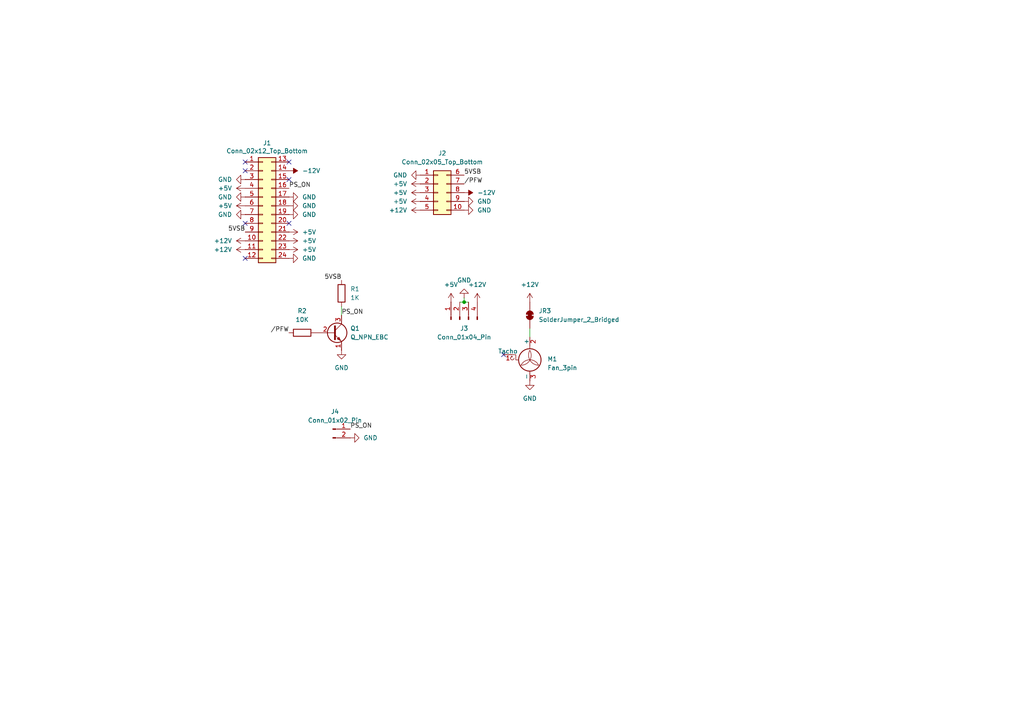
<source format=kicad_sch>
(kicad_sch (version 20231120) (generator "eeschema") (generator_version "8.0")
  (paper "A4")
  (lib_symbols
    (symbol "Connector:Conn_01x02_Pin" (pin_names (offset 1.016) hide)
      (property "Reference" "J" (at 0 2.54 0))
      (property "Value" "Conn_01x02_Pin" (at 0 -5.08 0))
      (symbol "Conn_01x02_Pin_1_1"
        (polyline (pts (xy 1.27 -2.54) (xy 0.8636 -2.54)) (stroke (width 0.1524)))
        (polyline (pts (xy 1.27 0) (xy 0.8636 0)) (stroke (width 0.1524)))
        (rectangle (start 0.8636 -2.413) (end 0 -2.667) (stroke (width 0.1524)) (fill (type outline)))
        (rectangle (start 0.8636 0.127) (end 0 -0.127) (stroke (width 0.1524)) (fill (type outline)))
        (pin passive line (at 5.08 0 180) (length 3.81) (name "Pin_1") (number "1"))
        (pin passive line (at 5.08 -2.54 180) (length 3.81) (name "Pin_2") (number "2"))
      )
    )
    (symbol "Connector:Conn_01x04_Pin" (pin_names (offset 1.016) hide)
      (property "Reference" "J" (at 0 5.08 0))
      (property "Value" "Conn_01x04_Pin" (at 0 -7.62 0))
      (symbol "Conn_01x04_Pin_1_1"
        (polyline (pts (xy 1.27 -5.08) (xy 0.8636 -5.08)) (stroke (width 0.1524)))
        (polyline (pts (xy 1.27 -2.54) (xy 0.8636 -2.54)) (stroke (width 0.1524)))
        (polyline (pts (xy 1.27 0) (xy 0.8636 0)) (stroke (width 0.1524)))
        (polyline (pts (xy 1.27 2.54) (xy 0.8636 2.54)) (stroke (width 0.1524)))
        (rectangle (start 0.8636 -4.953) (end 0 -5.207) (stroke (width 0.1524)) (fill (type outline)))
        (rectangle (start 0.8636 -2.413) (end 0 -2.667) (stroke (width 0.1524)) (fill (type outline)))
        (rectangle (start 0.8636 0.127) (end 0 -0.127) (stroke (width 0.1524)) (fill (type outline)))
        (rectangle (start 0.8636 2.667) (end 0 2.413) (stroke (width 0.1524)) (fill (type outline)))
        (pin passive line (at 5.08 2.54 180) (length 3.81) (name "Pin_1") (number "1"))
        (pin passive line (at 5.08 0 180) (length 3.81) (name "Pin_2") (number "2"))
        (pin passive line (at 5.08 -2.54 180) (length 3.81) (name "Pin_3") (number "3"))
        (pin passive line (at 5.08 -5.08 180) (length 3.81) (name "Pin_4") (number "4"))
      )
    )
    (symbol "Connector_Generic:Conn_02x05_Top_Bottom" (pin_names (offset 1.016) hide)
      (property "Reference" "J" (at 1.27 7.62 0))
      (property "Value" "Conn_02x05_Top_Bottom" (at 1.27 -7.62 0))
      (symbol "Conn_02x05_Top_Bottom_1_1"
        (rectangle (start -1.27 -4.953) (end 0 -5.207) (stroke (width 0.1524)))
        (rectangle (start -1.27 -2.413) (end 0 -2.667) (stroke (width 0.1524)))
        (rectangle (start -1.27 0.127) (end 0 -0.127) (stroke (width 0.1524)))
        (rectangle (start -1.27 2.667) (end 0 2.413) (stroke (width 0.1524)))
        (rectangle (start -1.27 5.207) (end 0 4.953) (stroke (width 0.1524)))
        (rectangle (start -1.27 6.35) (end 3.81 -6.35) (stroke (width 0.254)) (fill (type background)))
        (rectangle (start 3.81 -4.953) (end 2.54 -5.207) (stroke (width 0.1524)))
        (rectangle (start 3.81 -2.413) (end 2.54 -2.667) (stroke (width 0.1524)))
        (rectangle (start 3.81 0.127) (end 2.54 -0.127) (stroke (width 0.1524)))
        (rectangle (start 3.81 2.667) (end 2.54 2.413) (stroke (width 0.1524)))
        (rectangle (start 3.81 5.207) (end 2.54 4.953) (stroke (width 0.1524)))
        (pin passive line (at -5.08 5.08 0) (length 3.81) (name "Pin_1") (number "1"))
        (pin passive line (at 7.62 -5.08 180) (length 3.81) (name "Pin_10") (number "10"))
        (pin passive line (at -5.08 2.54 0) (length 3.81) (name "Pin_2") (number "2"))
        (pin passive line (at -5.08 0 0) (length 3.81) (name "Pin_3") (number "3"))
        (pin passive line (at -5.08 -2.54 0) (length 3.81) (name "Pin_4") (number "4"))
        (pin passive line (at -5.08 -5.08 0) (length 3.81) (name "Pin_5") (number "5"))
        (pin passive line (at 7.62 5.08 180) (length 3.81) (name "Pin_6") (number "6"))
        (pin passive line (at 7.62 2.54 180) (length 3.81) (name "Pin_7") (number "7"))
        (pin passive line (at 7.62 0 180) (length 3.81) (name "Pin_8") (number "8"))
        (pin passive line (at 7.62 -2.54 180) (length 3.81) (name "Pin_9") (number "9"))
      )
    )
    (symbol "Connector_Generic:Conn_02x12_Top_Bottom" (pin_names (offset 1.016) hide)
      (property "Reference" "J" (at 1.27 15.24 0))
      (property "Value" "Conn_02x12_Top_Bottom" (at 1.27 -17.78 0))
      (symbol "Conn_02x12_Top_Bottom_1_1"
        (rectangle (start -1.27 -15.113) (end 0 -15.367) (stroke (width 0.1524)))
        (rectangle (start -1.27 -12.573) (end 0 -12.827) (stroke (width 0.1524)))
        (rectangle (start -1.27 -10.033) (end 0 -10.287) (stroke (width 0.1524)))
        (rectangle (start -1.27 -7.493) (end 0 -7.747) (stroke (width 0.1524)))
        (rectangle (start -1.27 -4.953) (end 0 -5.207) (stroke (width 0.1524)))
        (rectangle (start -1.27 -2.413) (end 0 -2.667) (stroke (width 0.1524)))
        (rectangle (start -1.27 0.127) (end 0 -0.127) (stroke (width 0.1524)))
        (rectangle (start -1.27 2.667) (end 0 2.413) (stroke (width 0.1524)))
        (rectangle (start -1.27 5.207) (end 0 4.953) (stroke (width 0.1524)))
        (rectangle (start -1.27 7.747) (end 0 7.493) (stroke (width 0.1524)))
        (rectangle (start -1.27 10.287) (end 0 10.033) (stroke (width 0.1524)))
        (rectangle (start -1.27 12.827) (end 0 12.573) (stroke (width 0.1524)))
        (rectangle (start -1.27 13.97) (end 3.81 -16.51) (stroke (width 0.254)) (fill (type background)))
        (rectangle (start 3.81 -15.113) (end 2.54 -15.367) (stroke (width 0.1524)))
        (rectangle (start 3.81 -12.573) (end 2.54 -12.827) (stroke (width 0.1524)))
        (rectangle (start 3.81 -10.033) (end 2.54 -10.287) (stroke (width 0.1524)))
        (rectangle (start 3.81 -7.493) (end 2.54 -7.747) (stroke (width 0.1524)))
        (rectangle (start 3.81 -4.953) (end 2.54 -5.207) (stroke (width 0.1524)))
        (rectangle (start 3.81 -2.413) (end 2.54 -2.667) (stroke (width 0.1524)))
        (rectangle (start 3.81 0.127) (end 2.54 -0.127) (stroke (width 0.1524)))
        (rectangle (start 3.81 2.667) (end 2.54 2.413) (stroke (width 0.1524)))
        (rectangle (start 3.81 5.207) (end 2.54 4.953) (stroke (width 0.1524)))
        (rectangle (start 3.81 7.747) (end 2.54 7.493) (stroke (width 0.1524)))
        (rectangle (start 3.81 10.287) (end 2.54 10.033) (stroke (width 0.1524)))
        (rectangle (start 3.81 12.827) (end 2.54 12.573) (stroke (width 0.1524)))
        (pin passive line (at -5.08 12.7 0) (length 3.81) (name "Pin_1") (number "1"))
        (pin passive line (at -5.08 -10.16 0) (length 3.81) (name "Pin_10") (number "10"))
        (pin passive line (at -5.08 -12.7 0) (length 3.81) (name "Pin_11") (number "11"))
        (pin passive line (at -5.08 -15.24 0) (length 3.81) (name "Pin_12") (number "12"))
        (pin passive line (at 7.62 12.7 180) (length 3.81) (name "Pin_13") (number "13"))
        (pin passive line (at 7.62 10.16 180) (length 3.81) (name "Pin_14") (number "14"))
        (pin passive line (at 7.62 7.62 180) (length 3.81) (name "Pin_15") (number "15"))
        (pin passive line (at 7.62 5.08 180) (length 3.81) (name "Pin_16") (number "16"))
        (pin passive line (at 7.62 2.54 180) (length 3.81) (name "Pin_17") (number "17"))
        (pin passive line (at 7.62 0 180) (length 3.81) (name "Pin_18") (number "18"))
        (pin passive line (at 7.62 -2.54 180) (length 3.81) (name "Pin_19") (number "19"))
        (pin passive line (at -5.08 10.16 0) (length 3.81) (name "Pin_2") (number "2"))
        (pin passive line (at 7.62 -5.08 180) (length 3.81) (name "Pin_20") (number "20"))
        (pin passive line (at 7.62 -7.62 180) (length 3.81) (name "Pin_21") (number "21"))
        (pin passive line (at 7.62 -10.16 180) (length 3.81) (name "Pin_22") (number "22"))
        (pin passive line (at 7.62 -12.7 180) (length 3.81) (name "Pin_23") (number "23"))
        (pin passive line (at 7.62 -15.24 180) (length 3.81) (name "Pin_24") (number "24"))
        (pin passive line (at -5.08 7.62 0) (length 3.81) (name "Pin_3") (number "3"))
        (pin passive line (at -5.08 5.08 0) (length 3.81) (name "Pin_4") (number "4"))
        (pin passive line (at -5.08 2.54 0) (length 3.81) (name "Pin_5") (number "5"))
        (pin passive line (at -5.08 0 0) (length 3.81) (name "Pin_6") (number "6"))
        (pin passive line (at -5.08 -2.54 0) (length 3.81) (name "Pin_7") (number "7"))
        (pin passive line (at -5.08 -5.08 0) (length 3.81) (name "Pin_8") (number "8"))
        (pin passive line (at -5.08 -7.62 0) (length 3.81) (name "Pin_9") (number "9"))
      )
    )
    (symbol "Device:Q_NPN_EBC" (pin_names (offset 0) hide)
      (property "Reference" "Q" (at 5.08 1.27 0))
      (property "Value" "Q_NPN_EBC" (at 5.08 -1.27 0))
      (symbol "Q_NPN_EBC_0_1"
        (polyline (pts (xy 0.635 0.635) (xy 2.54 2.54)))
        (polyline (pts (xy 0.635 -0.635) (xy 2.54 -2.54) (xy 2.54 -2.54)))
        (polyline (pts (xy 0.635 1.905) (xy 0.635 -1.905) (xy 0.635 -1.905)) (stroke (width 0.508)))
        (polyline (pts (xy 1.27 -1.778) (xy 1.778 -1.27) (xy 2.286 -2.286) (xy 1.27 -1.778) (xy 1.27 -1.778)) (fill (type outline)))
        (circle (center 1.27 0) (radius 2.8194) (stroke (width 0.254)))
      )
      (symbol "Q_NPN_EBC_1_1"
        (pin passive line (at 2.54 -5.08 90) (length 2.54) (name "E") (number "1"))
        (pin passive line (at -5.08 0 0) (length 5.715) (name "B") (number "2"))
        (pin passive line (at 2.54 5.08 270) (length 2.54) (name "C") (number "3"))
      )
    )
    (symbol "Device:R" (pin_numbers hide) (pin_names (offset 0))
      (property "Reference" "R" (at 2.032 0 90))
      (property "Value" "R" (at 0 0 90))
      (symbol "R_0_1"
        (rectangle (start -1.016 -2.54) (end 1.016 2.54) (stroke (width 0.254)))
      )
      (symbol "R_1_1"
        (pin passive line (at 0 3.81 270) (length 1.27) (name "~") (number "1"))
        (pin passive line (at 0 -3.81 90) (length 1.27) (name "~") (number "2"))
      )
    )
    (symbol "Jumper:SolderJumper_2_Bridged" (pin_numbers hide) (pin_names (offset 0) hide) (exclude_from_sim yes) (in_bom no)
      (property "Reference" "JP" (at 0 2.032 0))
      (property "Value" "SolderJumper_2_Bridged" (at 0 -2.54 0))
      (symbol "SolderJumper_2_Bridged_0_1"
        (rectangle (start -0.508 0.508) (end 0.508 -0.508) (fill (type outline)))
        (arc (start -0.254 1.016) (mid -1.2656 0) (end -0.254 -1.016))
        (arc (start -0.254 1.016) (mid -1.2656 0) (end -0.254 -1.016) (fill (type outline)))
        (polyline (pts (xy -0.254 1.016) (xy -0.254 -1.016)))
        (polyline (pts (xy 0.254 1.016) (xy 0.254 -1.016)))
        (arc (start 0.254 -1.016) (mid 1.2656 0) (end 0.254 1.016))
        (arc (start 0.254 -1.016) (mid 1.2656 0) (end 0.254 1.016) (fill (type outline)))
      )
      (symbol "SolderJumper_2_Bridged_1_1"
        (pin passive line (at -3.81 0 0) (length 2.54) (name "A") (number "1"))
        (pin passive line (at 3.81 0 180) (length 2.54) (name "B") (number "2"))
      )
    )
    (symbol "Motor:Fan_3pin" (pin_names (offset 0))
      (property "Reference" "M" (at 2.54 2.54 0))
      (property "Value" "Fan_3pin" (at 2.54 -5.08 0))
      (symbol "Fan_3pin_0_0"
        (arc (start -5.588 -1.016) (mid -5.08 -1.5218) (end -4.572 -1.016))
        (arc (start -5.08 -0.508) (mid -5.4392 -0.6568) (end -5.588 -1.016))
        (polyline (pts (xy -5.08 -0.508) (xy -5.334 -0.381)))
        (polyline (pts (xy -5.08 -0.508) (xy -5.207 -0.762)))
        (polyline (pts (xy -4.064 0) (xy -4.064 -1.524) (xy -3.302 -1.524)))
      )
      (symbol "Fan_3pin_0_1"
        (arc (start -2.54 -3.048) (mid 0.0028 -1.6279) (end 0 1.27))
        (circle (center 0 -1.524) (radius 3.2512) (stroke (width 0.254)))
        (polyline (pts (xy -4.064 0) (xy -5.08 0)))
        (polyline (pts (xy 0 -7.62) (xy 0 -7.112)))
        (polyline (pts (xy 0 -4.7752) (xy 0 -5.1816)))
        (polyline (pts (xy 0 1.7272) (xy 0 2.0828)))
        (polyline (pts (xy 0 2.032) (xy 0 2.54)))
        (arc (start 0 1.27) (mid 0.053 -1.619) (end 2.54 -3.048))
        (arc (start 2.54 -3.048) (mid 0 -1.4782) (end -2.54 -3.048))
      )
      (symbol "Fan_3pin_1_1"
        (pin passive line (at -7.62 0 0) (length 2.54) (name "Tacho") (number "1"))
        (pin passive line (at 0 5.08 270) (length 2.54) (name "+") (number "2"))
        (pin passive line (at 0 -7.62 90) (length 2.54) (name "-") (number "3"))
      )
    )
    (symbol "power:+12V" (power) (pin_numbers hide) (pin_names (offset 0) hide)
      (property "Value" "+12V" (at 0 3.556 0))
      (symbol "+12V_0_1"
        (polyline (pts (xy -0.762 1.27) (xy 0 2.54)))
        (polyline (pts (xy 0 0) (xy 0 2.54)))
        (polyline (pts (xy 0 2.54) (xy 0.762 1.27)))
      )
      (symbol "+12V_1_1"
        (pin power_in line (at 0 0 90) (length 0) (name "~") (number "1"))
      )
    )
    (symbol "power:+5V" (power) (pin_numbers hide) (pin_names (offset 0) hide)
      (property "Value" "+5V" (at 0 3.556 0))
      (symbol "+5V_0_1"
        (polyline (pts (xy -0.762 1.27) (xy 0 2.54)))
        (polyline (pts (xy 0 0) (xy 0 2.54)))
        (polyline (pts (xy 0 2.54) (xy 0.762 1.27)))
      )
      (symbol "+5V_1_1"
        (pin power_in line (at 0 0 90) (length 0) (name "~") (number "1"))
      )
    )
    (symbol "power:-12V" (power) (pin_numbers hide) (pin_names (offset 0) hide)
      (property "Value" "-12V" (at 0 3.556 0))
      (symbol "-12V_0_0"
        (pin power_in line (at 0 0 90) (length 0) (name "~") (number "1"))
      )
      (symbol "-12V_0_1"
        (polyline (pts (xy 0 0) (xy 0 1.27) (xy 0.762 1.27) (xy 0 2.54) (xy -0.762 1.27) (xy 0 1.27)) (fill (type outline)))
      )
    )
    (symbol "power:GND" (power) (pin_numbers hide) (pin_names (offset 0) hide)
      (property "Value" "GND" (at 0 -3.81 0))
      (symbol "GND_0_1"
        (polyline (pts (xy 0 0) (xy 0 -1.27) (xy 1.27 -1.27) (xy 0 -2.54) (xy -1.27 -1.27) (xy 0 -1.27)))
      )
      (symbol "GND_1_1"
        (pin power_in line (at 0 0 270) (length 0) (name "~") (number "1"))
      )
    )
  )
  (junction (at 134.62 87.63))
  (no_connect (at 71.12 46.99))
  (no_connect (at 71.12 49.53))
  (no_connect (at 71.12 64.77))
  (no_connect (at 83.82 64.77))
  (no_connect (at 83.82 52.07))
  (no_connect (at 83.82 46.99))
  (no_connect (at 71.12 74.93))
  (no_connect (at 146.05 102.87))
  (wire (pts (xy 134.62 86.36) (xy 134.62 87.63)))
  (wire (pts (xy 99.06 88.9) (xy 99.06 91.44)))
  (wire (pts (xy 153.67 95.25) (xy 153.67 97.79)))
  (wire (pts (xy 134.62 87.63) (xy 135.89 87.63)))
  (wire (pts (xy 133.35 87.63) (xy 134.62 87.63)))
  (label "{slash}PFW" (at 83.82 96.52 180))
  (label "PS_ON" (at 83.82 54.61 0))
  (label "5VSB" (at 71.12 67.31 180))
  (label "PS_ON" (at 99.06 91.44 0))
  (label "5VSB" (at 99.06 81.28 180))
  (label "5VSB" (at 134.62 50.8 0))
  (label "{slash}PFW" (at 134.62 53.34 0))
  (label "PS_ON" (at 101.6 124.46 0))
  (symbol (lib_id "Connector:Conn_01x02_Pin") (at 96.52 124.46 0) (unit 1)
    (property "Reference" "J4" (at 97.155 119.38 0))
    (property "Value" "Conn_01x02_Pin" (at 97.155 121.92 0))
    (property "Footprint" "Connector_PinHeader_2.54mm:PinHeader_1x02_P2.54mm_Vertical" (effects (hide yes)))
    (property "Description" "Generic connector, single row, 01x02, script generated" (effects (hide yes)))
  )
  (symbol (lib_id "power:GND") (at 71.12 52.07 270) (unit 1)
    (property "Reference" "#PWR03" (effects (hide yes)))
    (property "Value" "GND" (at 67.31 52.0699 90) (effects (justify right)))
    (property "Description" "Power symbol creates a global label with name \"GND\" , ground" (effects (hide yes)))
  )
  (symbol (lib_id "power:GND") (at 71.12 57.15 270) (unit 1)
    (property "Reference" "#PWR04" (effects (hide yes)))
    (property "Value" "GND" (at 67.31 57.1499 90) (effects (justify right)))
    (property "Description" "Power symbol creates a global label with name \"GND\" , ground" (effects (hide yes)))
  )
  (symbol (lib_id "power:GND") (at 83.82 74.93 90) (unit 1)
    (property "Reference" "#PWR013" (effects (hide yes)))
    (property "Value" "GND" (at 87.63 74.9299 90) (effects (justify right)))
    (property "Description" "Power symbol creates a global label with name \"GND\" , ground" (effects (hide yes)))
  )
  (symbol (lib_id "power:GND") (at 134.62 60.96 90) (unit 1)
    (property "Reference" "#PWR025" (effects (hide yes)))
    (property "Value" "GND" (at 138.43 60.9599 90) (effects (justify right)))
    (property "Description" "Power symbol creates a global label with name \"GND\" , ground" (effects (hide yes)))
  )
  (symbol (lib_id "Jumper:SolderJumper_2_Bridged") (at 153.67 91.44 90) (unit 1) (exclude_from_sim yes) (in_bom no)
    (property "Reference" "JR3" (at 156.21 90.1699 90) (effects (justify right)))
    (property "Value" "SolderJumper_2_Bridged" (at 156.21 92.7099 90) (effects (justify right)))
    (property "Footprint" "SockeBooster:SolderJumper-2 Bridged Resistor THT" (effects (hide yes)))
    (property "Description" "Solder Jumper, 2-pole, closed/bridged" (effects (hide yes)))
  )
  (symbol (lib_id "power:GND") (at 99.06 101.6 0) (unit 1)
    (property "Reference" "#PWR027" (effects (hide yes)))
    (property "Value" "GND" (at 99.06 106.68 0))
    (property "Description" "Power symbol creates a global label with name \"GND\" , ground" (effects (hide yes)))
  )
  (symbol (lib_id "power:-12V") (at 134.62 55.88 270) (unit 1)
    (property "Reference" "#PWR026" (effects (hide yes)))
    (property "Value" "-12V" (at 138.43 55.8799 90) (effects (justify left)))
    (property "Description" "Power symbol creates a global label with name \"-12V\"" (effects (hide yes)))
  )
  (symbol (lib_id "power:+5V") (at 121.92 53.34 90) (unit 1)
    (property "Reference" "#PWR020" (effects (hide yes)))
    (property "Value" "+5V" (at 118.11 53.3399 90) (effects (justify left)))
    (property "Description" "Power symbol creates a global label with name \"+5V\"" (effects (hide yes)))
  )
  (symbol (lib_id "power:GND") (at 71.12 62.23 270) (unit 1)
    (property "Reference" "#PWR05" (effects (hide yes)))
    (property "Value" "GND" (at 67.31 62.2299 90) (effects (justify right)))
    (property "Description" "Power symbol creates a global label with name \"GND\" , ground" (effects (hide yes)))
  )
  (symbol (lib_id "power:GND") (at 83.82 57.15 90) (unit 1)
    (property "Reference" "#PWR017" (effects (hide yes)))
    (property "Value" "GND" (at 87.63 57.1499 90) (effects (justify right)))
    (property "Description" "Power symbol creates a global label with name \"GND\" , ground" (effects (hide yes)))
  )
  (symbol (lib_id "power:+5V") (at 121.92 58.42 90) (unit 1)
    (property "Reference" "#PWR022" (effects (hide yes)))
    (property "Value" "+5V" (at 118.11 58.4199 90) (effects (justify left)))
    (property "Description" "Power symbol creates a global label with name \"+5V\"" (effects (hide yes)))
  )
  (symbol (lib_id "power:+5V") (at 83.82 69.85 270) (unit 1)
    (property "Reference" "#PWR011" (effects (hide yes)))
    (property "Value" "+5V" (at 87.63 69.8499 90) (effects (justify left)))
    (property "Description" "Power symbol creates a global label with name \"+5V\"" (effects (hide yes)))
  )
  (symbol (lib_id "power:+5V") (at 83.82 72.39 270) (unit 1)
    (property "Reference" "#PWR010" (effects (hide yes)))
    (property "Value" "+5V" (at 87.63 72.3899 90) (effects (justify left)))
    (property "Description" "Power symbol creates a global label with name \"+5V\"" (effects (hide yes)))
  )
  (symbol (lib_id "power:GND") (at 134.62 86.36 180) (unit 1)
    (property "Reference" "#PWR02" (effects (hide yes)))
    (property "Value" "GND" (at 134.62 81.28 0))
    (property "Description" "Power symbol creates a global label with name \"GND\" , ground" (effects (hide yes)))
  )
  (symbol (lib_id "Device:R") (at 87.63 96.52 270) (unit 1)
    (property "Reference" "R2" (at 87.63 90.17 90))
    (property "Value" "10K" (at 87.63 92.71 90))
    (property "Footprint" "Resistor_THT:R_Axial_DIN0204_L3.6mm_D1.6mm_P7.62mm_Horizontal" (effects (hide yes)))
    (property "Description" "Resistor" (effects (hide yes)))
  )
  (symbol (lib_id "power:+12V") (at 71.12 69.85 90) (unit 1)
    (property "Reference" "#PWR09" (effects (hide yes)))
    (property "Value" "+12V" (at 67.31 69.8499 90) (effects (justify left)))
    (property "Description" "Power symbol creates a global label with name \"+12V\"" (effects (hide yes)))
  )
  (symbol (lib_id "power:GND") (at 83.82 62.23 90) (unit 1)
    (property "Reference" "#PWR015" (effects (hide yes)))
    (property "Value" "GND" (at 87.63 62.2299 90) (effects (justify right)))
    (property "Description" "Power symbol creates a global label with name \"GND\" , ground" (effects (hide yes)))
  )
  (symbol (lib_id "power:+5V") (at 71.12 54.61 90) (unit 1)
    (property "Reference" "#PWR06" (effects (hide yes)))
    (property "Value" "+5V" (at 67.31 54.6099 90) (effects (justify left)))
    (property "Description" "Power symbol creates a global label with name \"+5V\"" (effects (hide yes)))
  )
  (symbol (lib_id "power:GND") (at 101.6 127 90) (unit 1)
    (property "Reference" "#PWR031" (effects (hide yes)))
    (property "Value" "GND" (at 105.41 126.9999 90) (effects (justify right)))
    (property "Description" "Power symbol creates a global label with name \"GND\" , ground" (effects (hide yes)))
  )
  (symbol (lib_id "power:+5V") (at 83.82 67.31 270) (unit 1)
    (property "Reference" "#PWR012" (effects (hide yes)))
    (property "Value" "+5V" (at 87.63 67.3099 90) (effects (justify left)))
    (property "Description" "Power symbol creates a global label with name \"+5V\"" (effects (hide yes)))
  )
  (symbol (lib_id "power:-12V") (at 83.82 49.53 270) (unit 1)
    (property "Reference" "#PWR018" (effects (hide yes)))
    (property "Value" "-12V" (at 87.63 49.5299 90) (effects (justify left)))
    (property "Description" "Power symbol creates a global label with name \"-12V\"" (effects (hide yes)))
  )
  (symbol (lib_id "power:GND") (at 83.82 59.69 90) (unit 1)
    (property "Reference" "#PWR016" (effects (hide yes)))
    (property "Value" "GND" (at 87.63 59.6899 90) (effects (justify right)))
    (property "Description" "Power symbol creates a global label with name \"GND\" , ground" (effects (hide yes)))
  )
  (symbol (lib_id "Device:Q_NPN_EBC") (at 96.52 96.52 0) (unit 1)
    (property "Reference" "Q1" (at 101.6 95.2499 0) (effects (justify left)))
    (property "Value" "Q_NPN_EBC" (at 101.6 97.7899 0) (effects (justify left)))
    (property "Footprint" "Package_TO_SOT_THT:TO-92L_Inline_Wide" (effects (hide yes)))
    (property "Description" "NPN transistor, emitter/base/collector" (effects (hide yes)))
  )
  (symbol (lib_id "power:+5V") (at 71.12 59.69 90) (unit 1)
    (property "Reference" "#PWR07" (effects (hide yes)))
    (property "Value" "+5V" (at 67.31 59.6899 90) (effects (justify left)))
    (property "Description" "Power symbol creates a global label with name \"+5V\"" (effects (hide yes)))
  )
  (symbol (lib_id "power:+12V") (at 71.12 72.39 90) (unit 1)
    (property "Reference" "#PWR08" (effects (hide yes)))
    (property "Value" "+12V" (at 67.31 72.3899 90) (effects (justify left)))
    (property "Description" "Power symbol creates a global label with name \"+12V\"" (effects (hide yes)))
  )
  (symbol (lib_id "power:GND") (at 121.92 50.8 270) (unit 1)
    (property "Reference" "#PWR023" (effects (hide yes)))
    (property "Value" "GND" (at 118.11 50.7999 90) (effects (justify right)))
    (property "Description" "Power symbol creates a global label with name \"GND\" , ground" (effects (hide yes)))
  )
  (symbol (lib_id "power:GND") (at 153.67 110.49 0) (unit 1)
    (property "Reference" "#PWR029" (effects (hide yes)))
    (property "Value" "GND" (at 153.67 115.57 0))
    (property "Description" "Power symbol creates a global label with name \"GND\" , ground" (effects (hide yes)))
  )
  (symbol (lib_id "Motor:Fan_3pin") (at 153.67 102.87 0) (unit 1)
    (property "Reference" "M1" (at 158.75 104.1399 0) (effects (justify left)))
    (property "Value" "Fan_3pin" (at 158.75 106.6799 0) (effects (justify left)))
    (property "Footprint" "Connector:FanPinHeader_1x03_P2.54mm_Vertical" (effects (hide yes)))
    (property "Datasheet" "http://www.hardwarecanucks.com/forum/attachments/new-builds/16287d1330775095-help-chassis-power-fan-connectors-motherboard-asus_p8z68.jpg" (effects (hide yes)))
    (property "Description" "Fan, tacho output, 3-pin connector" (effects (hide yes)))
  )
  (symbol (lib_id "Connector_Generic:Conn_02x12_Top_Bottom") (at 76.2 59.69 0) (unit 1)
    (property "Reference" "J1" (at 77.47 41.4782 0))
    (property "Value" "Conn_02x12_Top_Bottom" (at 77.47 43.7896 0))
    (property "Footprint" "Connector_Molex:Molex_Mini-Fit_Jr_5566-24A_2x12_P4.20mm_Vertical" (effects (hide yes)))
  )
  (symbol (lib_id "Connector:Conn_01x04_Pin") (at 133.35 92.71 90) (unit 1)
    (property "Reference" "J3" (at 134.62 95.25 90))
    (property "Value" "Conn_01x04_Pin" (at 134.62 97.79 90))
    (property "Footprint" "Connector_Samtec_HPM_THT:Samtec_HPM-04-05-x-S_Straight_1x04_Pitch5.08mm" (effects (hide yes)))
    (property "Description" "Generic connector, single row, 01x04, script generated" (effects (hide yes)))
  )
  (symbol (lib_id "Device:R") (at 99.06 85.09 0) (unit 1)
    (property "Reference" "R1" (at 101.6 83.8199 0) (effects (justify left)))
    (property "Value" "1K" (at 101.6 86.3599 0) (effects (justify left)))
    (property "Footprint" "Resistor_THT:R_Axial_DIN0204_L3.6mm_D1.6mm_P7.62mm_Horizontal" (effects (hide yes)))
    (property "Description" "Resistor" (effects (hide yes)))
  )
  (symbol (lib_id "power:+5V") (at 121.92 55.88 90) (unit 1)
    (property "Reference" "#PWR021" (effects (hide yes)))
    (property "Value" "+5V" (at 118.11 55.8799 90) (effects (justify left)))
    (property "Description" "Power symbol creates a global label with name \"+5V\"" (effects (hide yes)))
  )
  (symbol (lib_id "power:+5V") (at 130.81 87.63 0) (unit 1)
    (property "Reference" "#PWR01" (effects (hide yes)))
    (property "Value" "+5V" (at 130.81 82.55 0))
    (property "Description" "Power symbol creates a global label with name \"+5V\"" (effects (hide yes)))
  )
  (symbol (lib_id "power:+12V") (at 121.92 60.96 90) (unit 1)
    (property "Reference" "#PWR019" (effects (hide yes)))
    (property "Value" "+12V" (at 118.11 60.9599 90) (effects (justify left)))
    (property "Description" "Power symbol creates a global label with name \"+12V\"" (effects (hide yes)))
  )
  (symbol (lib_id "power:+12V") (at 153.67 87.63 0) (unit 1)
    (property "Reference" "#PWR030" (effects (hide yes)))
    (property "Value" "+12V" (at 153.67 82.55 0))
    (property "Description" "Power symbol creates a global label with name \"+12V\"" (effects (hide yes)))
  )
  (symbol (lib_id "Connector_Generic:Conn_02x05_Top_Bottom") (at 127 55.88 0) (unit 1)
    (property "Reference" "J2" (at 128.27 44.45 0))
    (property "Value" "Conn_02x05_Top_Bottom" (at 128.27 46.99 0))
    (property "Footprint" "Connector_Molex:Molex_Mini-Fit_Jr_5566-10A2_2x05_P4.20mm_Vertical" (effects (hide yes)))
    (property "Description" "Generic connector, double row, 02x05, top/bottom pin numbering scheme (row 1: 1...pins_per_row, row2: pins_per_row+1 ... num_pins), script generated (kicad-library-utils/schlib/autogen/connector/)" (effects (hide yes)))
  )
  (symbol (lib_id "power:+12V") (at 138.43 87.63 0) (unit 1)
    (property "Reference" "#PWR028" (effects (hide yes)))
    (property "Value" "+12V" (at 138.43 82.55 0))
    (property "Description" "Power symbol creates a global label with name \"+12V\"" (effects (hide yes)))
  )
  (symbol (lib_id "power:GND") (at 134.62 58.42 90) (unit 1)
    (property "Reference" "#PWR024" (effects (hide yes)))
    (property "Value" "GND" (at 138.43 58.4199 90) (effects (justify right)))
    (property "Description" "Power symbol creates a global label with name \"GND\" , ground" (effects (hide yes)))
  )
)
</source>
